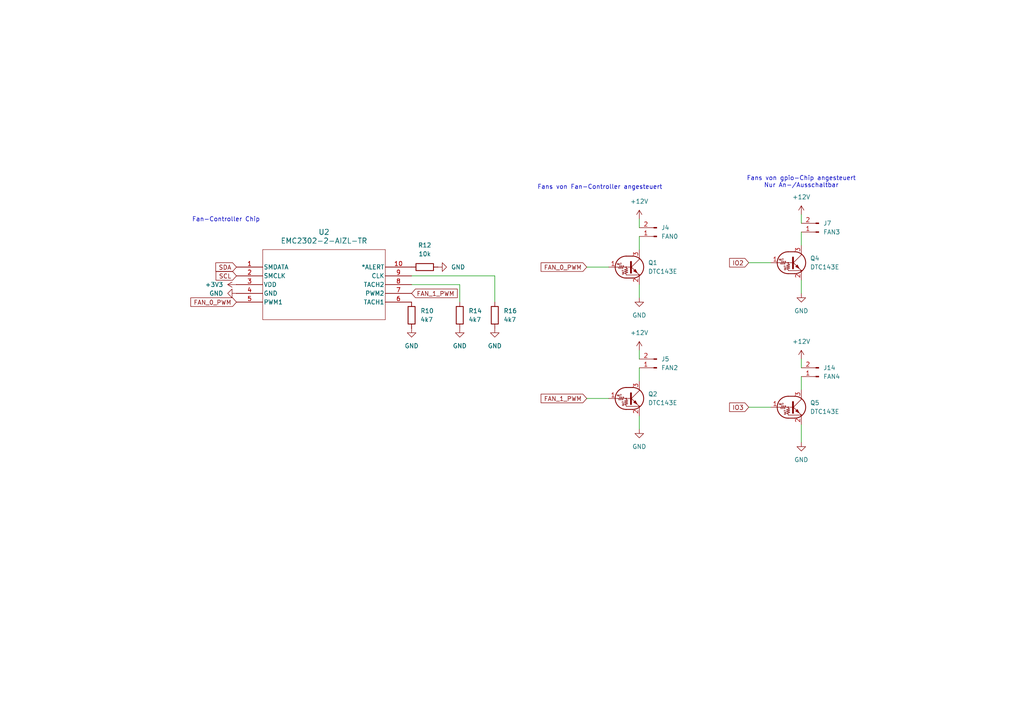
<source format=kicad_sch>
(kicad_sch (version 20231120) (generator "eeschema") (generator_version "8.0")
  (paper "A4")
  (lib_symbols
    (symbol "Connector:Conn_01x02_Male" (pin_names (offset 1.016) hide)
      (property "Reference" "J" (at 0 2.54 0))
      (property "Value" "Conn_01x02_Male" (at 0 -5.08 0))
      (symbol "Conn_01x02_Male_1_1"
        (polyline (pts (xy 1.27 -2.54) (xy 0.8636 -2.54)) (stroke (width 0.1524)))
        (polyline (pts (xy 1.27 0) (xy 0.8636 0)) (stroke (width 0.1524)))
        (rectangle (start 0.8636 -2.413) (end 0 -2.667) (stroke (width 0.1524)) (fill (type outline)))
        (rectangle (start 0.8636 0.127) (end 0 -0.127) (stroke (width 0.1524)) (fill (type outline)))
        (pin passive line (at 5.08 0 180) (length 3.81) (name "Pin_1") (number "1"))
        (pin passive line (at 5.08 -2.54 180) (length 3.81) (name "Pin_2") (number "2"))
      )
    )
    (symbol "Device:R" (pin_numbers hide) (pin_names (offset 0))
      (property "Reference" "R" (at 2.032 0 90))
      (property "Value" "R" (at 0 0 90))
      (symbol "R_0_1"
        (rectangle (start -1.016 -2.54) (end 1.016 2.54) (stroke (width 0.254)))
      )
      (symbol "R_1_1"
        (pin passive line (at 0 3.81 270) (length 1.27) (name "~") (number "1"))
        (pin passive line (at 0 -3.81 90) (length 1.27) (name "~") (number "2"))
      )
    )
    (symbol "EMC2302-2-AIZL-TR:EMC2302-2-AIZL-TR" (pin_names (offset 0.254))
      (property "Reference" "U" (at 25.4 10.16 0))
      (property "Value" "EMC2302-2-AIZL-TR" (at 25.4 7.62 0))
      (symbol "EMC2302-2-AIZL-TR_0_1"
        (polyline (pts (xy 7.62 -15.24) (xy 43.18 -15.24)) (stroke (width 0.127)))
        (polyline (pts (xy 7.62 5.08) (xy 7.62 -15.24)) (stroke (width 0.127)))
        (polyline (pts (xy 43.18 -15.24) (xy 43.18 5.08)) (stroke (width 0.127)))
        (polyline (pts (xy 43.18 5.08) (xy 7.62 5.08)) (stroke (width 0.127)))
        (pin bidirectional line (at 0 0 0) (length 7.62) (name "SMDATA") (number "1"))
        (pin output line (at 50.8 0 180) (length 7.62) (name "*ALERT") (number "10"))
        (pin input line (at 0 -2.54 0) (length 7.62) (name "SMCLK") (number "2"))
        (pin power_in line (at 0 -5.08 0) (length 7.62) (name "VDD") (number "3"))
        (pin power_in line (at 0 -7.62 0) (length 7.62) (name "GND") (number "4"))
        (pin output line (at 0 -10.16 0) (length 7.62) (name "PWM1") (number "5"))
        (pin input line (at 50.8 -10.16 180) (length 7.62) (name "TACH1") (number "6"))
        (pin output line (at 50.8 -7.62 180) (length 7.62) (name "PWM2") (number "7"))
        (pin input line (at 50.8 -5.08 180) (length 7.62) (name "TACH2") (number "8"))
        (pin bidirectional line (at 50.8 -2.54 180) (length 7.62) (name "CLK") (number "9"))
      )
    )
    (symbol "Transistor_BJT:DTC143E" (pin_names (offset 0) hide)
      (property "Reference" "Q" (at 5.08 1.905 0))
      (property "Value" "DTC143E" (at 5.08 0 0))
      (symbol "DTC143E_0_0"
        (text "4k7" (at -3.302 0.889 0) (effects (font (size 0.508 0.508))))
        (text "4k7" (at -2.159 -1.524 900) (effects (font (size 0.508 0.508))))
      )
      (symbol "DTC143E_0_1"
        (circle (center -1.27 0) (radius 0.127))
        (arc (start -1.27 3.175) (mid -4.4312 0) (end -1.27 -3.175) (stroke (width 0.254)))
        (polyline (pts (xy -3.429 0) (xy -3.81 0)))
        (polyline (pts (xy -1.27 -3.175) (xy 0.635 -3.175)) (stroke (width 0.254)))
        (polyline (pts (xy -1.27 3.175) (xy 0.635 3.175)) (stroke (width 0.254)))
        (polyline (pts (xy 0 -0.254) (xy 2.54 2.286)))
        (polyline (pts (xy 0.127 1.524) (xy 0.127 -1.651)) (stroke (width 0.508)) (fill (type outline)))
        (polyline (pts (xy 2.54 2.286) (xy 2.54 2.54)))
        (polyline (pts (xy 2.54 -2.286) (xy 0 0.254) (xy 0 0.254)))
        (polyline (pts (xy 0.889 -1.143) (xy 1.397 -0.635) (xy 1.905 -1.651) (xy 0.889 -1.143)) (fill (type outline)))
        (polyline (pts (xy 0 0) (xy -1.905 0) (xy -2.032 0.508) (xy -2.286 -0.508) (xy -2.54 0.508) (xy -2.794 -0.508) (xy -3.048 0.508) (xy -3.302 -0.508) (xy -3.429 0)))
        (polyline (pts (xy -1.27 0) (xy -1.27 -0.381) (xy -0.762 -0.508) (xy -1.778 -0.762) (xy -0.762 -1.016) (xy -1.778 -1.27) (xy -0.762 -1.524) (xy -1.778 -1.778) (xy -1.27 -1.905) (xy -1.27 -2.286) (xy 2.54 -2.286)))
        (arc (start 0.635 -3.175) (mid 3.7962 0) (end 0.635 3.175) (stroke (width 0.254)))
        (circle (center 2.54 -2.286) (radius 0.127))
      )
      (symbol "DTC143E_1_1"
        (pin input line (at -6.35 0 0) (length 2.54) (name "B") (number "1"))
        (pin passive line (at 2.54 -5.08 90) (length 2.54) (name "E") (number "2"))
        (pin passive line (at 2.54 5.08 270) (length 2.54) (name "C") (number "3"))
      )
    )
    (symbol "power:+12V" (power) (pin_numbers hide) (pin_names (offset 0) hide)
      (property "Value" "+12V" (at 0 3.556 0))
      (symbol "+12V_0_1"
        (polyline (pts (xy -0.762 1.27) (xy 0 2.54)))
        (polyline (pts (xy 0 0) (xy 0 2.54)))
        (polyline (pts (xy 0 2.54) (xy 0.762 1.27)))
      )
      (symbol "+12V_1_1"
        (pin power_in line (at 0 0 90) (length 0) (name "~") (number "1"))
      )
    )
    (symbol "power:+3V3" (power) (pin_numbers hide) (pin_names (offset 0) hide)
      (property "Value" "+3V3" (at 0 3.556 0))
      (symbol "+3V3_0_1"
        (polyline (pts (xy -0.762 1.27) (xy 0 2.54)))
        (polyline (pts (xy 0 0) (xy 0 2.54)))
        (polyline (pts (xy 0 2.54) (xy 0.762 1.27)))
      )
      (symbol "+3V3_1_1"
        (pin power_in line (at 0 0 90) (length 0) (name "~") (number "1"))
      )
    )
    (symbol "power:GND" (power) (pin_numbers hide) (pin_names (offset 0) hide)
      (property "Value" "GND" (at 0 -3.81 0))
      (symbol "GND_0_1"
        (polyline (pts (xy 0 0) (xy 0 -1.27) (xy 1.27 -1.27) (xy 0 -2.54) (xy -1.27 -1.27) (xy 0 -1.27)))
      )
      (symbol "GND_1_1"
        (pin power_in line (at 0 0 270) (length 0) (name "~") (number "1"))
      )
    )
  )
  (wire (pts (xy 143.51 80.01) (xy 119.38 80.01)))
  (wire (pts (xy 232.41 123.19) (xy 232.41 128.27)))
  (wire (pts (xy 143.51 87.63) (xy 143.51 80.01)))
  (wire (pts (xy 185.42 120.65) (xy 185.42 124.46)))
  (wire (pts (xy 232.41 67.31) (xy 232.41 71.12)))
  (wire (pts (xy 170.18 77.47) (xy 176.53 77.47)))
  (wire (pts (xy 185.42 63.5) (xy 185.42 66.04)))
  (wire (pts (xy 133.35 87.63) (xy 133.35 82.55)))
  (wire (pts (xy 185.42 68.58) (xy 185.42 72.39)))
  (wire (pts (xy 170.18 115.57) (xy 176.53 115.57)))
  (wire (pts (xy 232.41 109.22) (xy 232.41 113.03)))
  (wire (pts (xy 232.41 81.28) (xy 232.41 85.09)))
  (wire (pts (xy 185.42 106.68) (xy 185.42 110.49)))
  (wire (pts (xy 232.41 104.14) (xy 232.41 106.68)))
  (wire (pts (xy 133.35 82.55) (xy 119.38 82.55)))
  (wire (pts (xy 185.42 82.55) (xy 185.42 86.36)))
  (wire (pts (xy 217.17 118.11) (xy 223.52 118.11)))
  (wire (pts (xy 232.41 62.23) (xy 232.41 64.77)))
  (wire (pts (xy 185.42 101.6) (xy 185.42 104.14)))
  (wire (pts (xy 217.17 76.2) (xy 223.52 76.2)))
  (text "Fans von gpio-Chip angesteuert\nNur An-/Ausschaltbar\n" (at 232.41 52.832 0) (effects (font (size 1.27 1.27))))
  (text "Fans von Fan-Controller angesteuert" (at 173.99 54.356 0) (effects (font (size 1.27 1.27))))
  (text "Fan-Controller Chip " (at 66.04 63.754 0) (effects (font (size 1.27 1.27))))
  (global_label "IO3" (shape input) (at 217.17 118.11 180) (property "Intersheetrefs" "${INTERSHEET_REFS}" (effects (hide yes))))
  (global_label "FAN_1_PWM" (shape input) (at 170.18 115.57 180) (property "Intersheetrefs" "${INTERSHEET_REFS}" (effects (hide yes))))
  (global_label "FAN_0_PWM" (shape input) (at 170.18 77.47 180) (property "Intersheetrefs" "${INTERSHEET_REFS}" (effects (hide yes))))
  (global_label "SDA" (shape input) (at 68.58 77.47 180) (property "Intersheetrefs" "${INTERSHEET_REFS}" (effects (hide yes))))
  (global_label "FAN_0_PWM" (shape input) (at 68.58 87.63 180) (property "Intersheetrefs" "${INTERSHEET_REFS}" (effects (hide yes))))
  (global_label "FAN_1_PWM" (shape input) (at 119.38 85.09 0) (property "Intersheetrefs" "${INTERSHEET_REFS}" (effects (hide yes))))
  (global_label "IO2" (shape input) (at 217.17 76.2 180) (property "Intersheetrefs" "${INTERSHEET_REFS}" (effects (hide yes))))
  (global_label "SCL" (shape input) (at 68.58 80.01 180) (property "Intersheetrefs" "${INTERSHEET_REFS}" (effects (hide yes))))
  (symbol (lib_id "power:+12V") (at 185.42 63.5 0) (unit 1)
    (property "Reference" "#PWR032" (effects (hide yes)))
    (property "Value" "+12V" (at 185.42 58.42 0))
    (property "Description" "Power symbol creates a global label with name \"+12V\"" (effects (hide yes)))
  )
  (symbol (lib_id "power:+12V") (at 232.41 62.23 0) (unit 1)
    (property "Reference" "#PWR021" (effects (hide yes)))
    (property "Value" "+12V" (at 232.41 57.15 0))
    (property "Description" "Power symbol creates a global label with name \"+12V\"" (effects (hide yes)))
  )
  (symbol (lib_id "power:GND") (at 185.42 86.36 0) (unit 1)
    (property "Reference" "#PWR031" (effects (hide yes)))
    (property "Value" "GND" (at 185.42 91.44 0))
    (property "Description" "Power symbol creates a global label with name \"GND\" , ground" (effects (hide yes)))
  )
  (symbol (lib_id "power:GND") (at 232.41 85.09 0) (unit 1)
    (property "Reference" "#PWR022" (effects (hide yes)))
    (property "Value" "GND" (at 232.41 90.17 0))
    (property "Description" "Power symbol creates a global label with name \"GND\" , ground" (effects (hide yes)))
  )
  (symbol (lib_id "Connector:Conn_01x02_Male") (at 190.5 68.58 180) (unit 1)
    (property "Reference" "J4" (at 191.77 66.0399 0) (effects (justify right)))
    (property "Value" "FAN0" (at 191.77 68.5799 0) (effects (justify right)))
    (property "Footprint" "Connector_JST:JST_EH_S2B-EH_1x02_P2.50mm_Horizontal" (effects (hide yes)))
    (property "Description" "Generic connector, single row, 01x02, script generated (kicad-library-utils/schlib/autogen/connector/)" (effects (hide yes)))
  )
  (symbol (lib_id "Device:R") (at 119.38 91.44 0) (unit 1)
    (property "Reference" "R10" (at 121.92 90.1699 0) (effects (justify left)))
    (property "Value" "4k7" (at 121.92 92.7099 0) (effects (justify left)))
    (property "Footprint" "Resistor_SMD:R_0402_1005Metric" (effects (hide yes)))
    (property "Description" "Resistor" (effects (hide yes)))
  )
  (symbol (lib_id "power:GND") (at 185.42 124.46 0) (unit 1)
    (property "Reference" "#PWR034" (effects (hide yes)))
    (property "Value" "GND" (at 185.42 129.54 0))
    (property "Description" "Power symbol creates a global label with name \"GND\" , ground" (effects (hide yes)))
  )
  (symbol (lib_id "power:+12V") (at 185.42 101.6 0) (unit 1)
    (property "Reference" "#PWR033" (effects (hide yes)))
    (property "Value" "+12V" (at 185.42 96.52 0))
    (property "Description" "Power symbol creates a global label with name \"+12V\"" (effects (hide yes)))
  )
  (symbol (lib_id "power:GND") (at 143.51 95.25 0) (unit 1)
    (property "Reference" "#PWR029" (effects (hide yes)))
    (property "Value" "GND" (at 143.51 100.33 0))
    (property "Description" "Power symbol creates a global label with name \"GND\" , ground" (effects (hide yes)))
  )
  (symbol (lib_id "Device:R") (at 143.51 91.44 0) (unit 1)
    (property "Reference" "R16" (at 146.05 90.1699 0) (effects (justify left)))
    (property "Value" "4k7" (at 146.05 92.7099 0) (effects (justify left)))
    (property "Footprint" "Resistor_SMD:R_0402_1005Metric" (effects (hide yes)))
    (property "Description" "Resistor" (effects (hide yes)))
  )
  (symbol (lib_id "power:GND") (at 127 77.47 90) (unit 1)
    (property "Reference" "#PWR025" (effects (hide yes)))
    (property "Value" "GND" (at 130.81 77.4699 90) (effects (justify right)))
    (property "Description" "Power symbol creates a global label with name \"GND\" , ground" (effects (hide yes)))
  )
  (symbol (lib_id "Device:R") (at 123.19 77.47 90) (unit 1)
    (property "Reference" "R12" (at 123.19 71.12 90))
    (property "Value" "10k" (at 123.19 73.66 90))
    (property "Footprint" "Resistor_SMD:R_0402_1005Metric" (effects (hide yes)))
    (property "Description" "Resistor" (effects (hide yes)))
  )
  (symbol (lib_id "power:+3V3") (at 68.58 82.55 90) (unit 1)
    (property "Reference" "#PWR019" (effects (hide yes)))
    (property "Value" "+3V3" (at 64.77 82.5499 90) (effects (justify left)))
    (property "Description" "Power symbol creates a global label with name \"+3V3\"" (effects (hide yes)))
  )
  (symbol (lib_id "power:GND") (at 119.38 95.25 0) (unit 1)
    (property "Reference" "#PWR023" (effects (hide yes)))
    (property "Value" "GND" (at 119.38 100.33 0))
    (property "Description" "Power symbol creates a global label with name \"GND\" , ground" (effects (hide yes)))
  )
  (symbol (lib_id "Device:R") (at 133.35 91.44 0) (unit 1)
    (property "Reference" "R14" (at 135.89 90.1699 0) (effects (justify left)))
    (property "Value" "4k7" (at 135.89 92.7099 0) (effects (justify left)))
    (property "Footprint" "Resistor_SMD:R_0402_1005Metric" (effects (hide yes)))
    (property "Description" "Resistor" (effects (hide yes)))
  )
  (symbol (lib_id "EMC2302-2-AIZL-TR:EMC2302-2-AIZL-TR") (at 68.58 77.47 0) (unit 1)
    (property "Reference" "U2" (at 93.98 67.31 0) (effects (font (size 1.524 1.524))))
    (property "Value" "EMC2302-2-AIZL-TR" (at 93.98 69.85 0) (effects (font (size 1.524 1.524))))
    (property "Footprint" "EMC2302-2-AIZL-TR:MSOP10_MC_MCH" (effects (hide yes)))
    (property "Datasheet" "EMC2302-2-AIZL-TR" (effects (hide yes)))
  )
  (symbol (lib_id "Connector:Conn_01x02_Male") (at 237.49 67.31 180) (unit 1)
    (property "Reference" "J7" (at 238.76 64.7699 0) (effects (justify right)))
    (property "Value" "FAN3" (at 238.76 67.3099 0) (effects (justify right)))
    (property "Footprint" "Connector_JST:JST_EH_B2B-EH-A_1x02_P2.50mm_Vertical" (effects (hide yes)))
    (property "Description" "Generic connector, single row, 01x02, script generated (kicad-library-utils/schlib/autogen/connector/)" (effects (hide yes)))
  )
  (symbol (lib_id "Transistor_BJT:DTC143E") (at 182.88 115.57 0) (unit 1)
    (property "Reference" "Q2" (at 187.96 114.2999 0) (effects (justify left)))
    (property "Value" "DTC143E" (at 187.96 116.8399 0) (effects (justify left)))
    (property "Footprint" "Package_TO_SOT_SMD:SOT-723" (effects (hide yes)))
    (property "Description" "Digital NPN Transistor, 4k7/4k7, SOT-23" (effects (hide yes)))
  )
  (symbol (lib_id "power:GND") (at 133.35 95.25 0) (unit 1)
    (property "Reference" "#PWR027" (effects (hide yes)))
    (property "Value" "GND" (at 133.35 100.33 0))
    (property "Description" "Power symbol creates a global label with name \"GND\" , ground" (effects (hide yes)))
  )
  (symbol (lib_id "power:GND") (at 232.41 128.27 0) (unit 1)
    (property "Reference" "#PWR026" (effects (hide yes)))
    (property "Value" "GND" (at 232.41 133.35 0))
    (property "Description" "Power symbol creates a global label with name \"GND\" , ground" (effects (hide yes)))
  )
  (symbol (lib_id "power:+12V") (at 232.41 104.14 0) (unit 1)
    (property "Reference" "#PWR024" (effects (hide yes)))
    (property "Value" "+12V" (at 232.41 99.06 0))
    (property "Description" "Power symbol creates a global label with name \"+12V\"" (effects (hide yes)))
  )
  (symbol (lib_id "Connector:Conn_01x02_Male") (at 237.49 109.22 180) (unit 1)
    (property "Reference" "J14" (at 238.76 106.6799 0) (effects (justify right)))
    (property "Value" "FAN4" (at 238.76 109.2199 0) (effects (justify right)))
    (property "Footprint" "Connector_JST:JST_EH_B2B-EH-A_1x02_P2.50mm_Vertical" (effects (hide yes)))
    (property "Description" "Generic connector, single row, 01x02, script generated (kicad-library-utils/schlib/autogen/connector/)" (effects (hide yes)))
  )
  (symbol (lib_id "Transistor_BJT:DTC143E") (at 229.87 76.2 0) (unit 1)
    (property "Reference" "Q4" (at 234.95 74.9299 0) (effects (justify left)))
    (property "Value" "DTC143E" (at 234.95 77.4699 0) (effects (justify left)))
    (property "Footprint" "Package_TO_SOT_SMD:SOT-723" (effects (hide yes)))
    (property "Description" "Digital NPN Transistor, 4k7/4k7, SOT-23" (effects (hide yes)))
  )
  (symbol (lib_id "Connector:Conn_01x02_Male") (at 190.5 106.68 180) (unit 1)
    (property "Reference" "J5" (at 191.77 104.1399 0) (effects (justify right)))
    (property "Value" "FAN2" (at 191.77 106.6799 0) (effects (justify right)))
    (property "Footprint" "Connector_JST:JST_EH_B2B-EH-A_1x02_P2.50mm_Vertical" (effects (hide yes)))
    (property "Description" "Generic connector, single row, 01x02, script generated (kicad-library-utils/schlib/autogen/connector/)" (effects (hide yes)))
  )
  (symbol (lib_id "power:GND") (at 68.58 85.09 270) (unit 1)
    (property "Reference" "#PWR020" (effects (hide yes)))
    (property "Value" "GND" (at 64.77 85.0899 90) (effects (justify right)))
    (property "Description" "Power symbol creates a global label with name \"GND\" , ground" (effects (hide yes)))
  )
  (symbol (lib_id "Transistor_BJT:DTC143E") (at 182.88 77.47 0) (unit 1)
    (property "Reference" "Q1" (at 187.96 76.1999 0) (effects (justify left)))
    (property "Value" "DTC143E" (at 187.96 78.7399 0) (effects (justify left)))
    (property "Footprint" "Package_TO_SOT_SMD:SOT-723" (effects (hide yes)))
    (property "Description" "Digital NPN Transistor, 4k7/4k7, SOT-23" (effects (hide yes)))
  )
  (symbol (lib_id "Transistor_BJT:DTC143E") (at 229.87 118.11 0) (unit 1)
    (property "Reference" "Q5" (at 234.95 116.8399 0) (effects (justify left)))
    (property "Value" "DTC143E" (at 234.95 119.3799 0) (effects (justify left)))
    (property "Footprint" "Package_TO_SOT_SMD:SOT-723" (effects (hide yes)))
    (property "Description" "Digital NPN Transistor, 4k7/4k7, SOT-23" (effects (hide yes)))
  )
)
</source>
